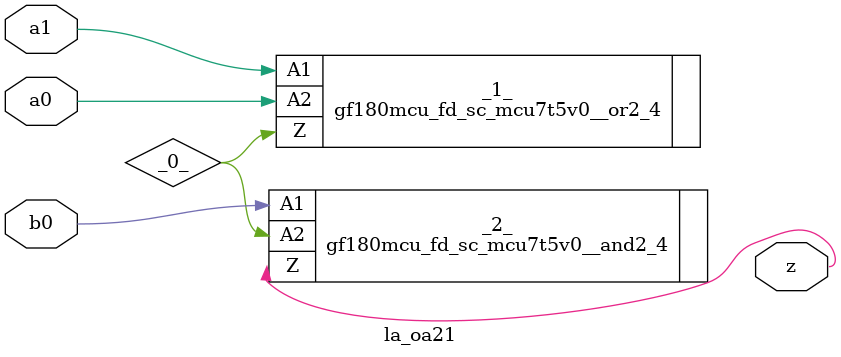
<source format=v>

/* Generated by Yosys 0.44 (git sha1 80ba43d26, g++ 11.4.0-1ubuntu1~22.04 -fPIC -O3) */

(* top =  1  *)
(* src = "inputs/la_oa21.v:10.1-21.10" *)
module la_oa21 (
    a0,
    a1,
    b0,
    z
);
  wire _0_;
  (* src = "inputs/la_oa21.v:13.12-13.14" *)
  input a0;
  wire a0;
  (* src = "inputs/la_oa21.v:14.12-14.14" *)
  input a1;
  wire a1;
  (* src = "inputs/la_oa21.v:15.12-15.14" *)
  input b0;
  wire b0;
  (* src = "inputs/la_oa21.v:16.12-16.13" *)
  output z;
  wire z;
  gf180mcu_fd_sc_mcu7t5v0__or2_4 _1_ (
      .A1(a1),
      .A2(a0),
      .Z (_0_)
  );
  gf180mcu_fd_sc_mcu7t5v0__and2_4 _2_ (
      .A1(b0),
      .A2(_0_),
      .Z (z)
  );
endmodule

</source>
